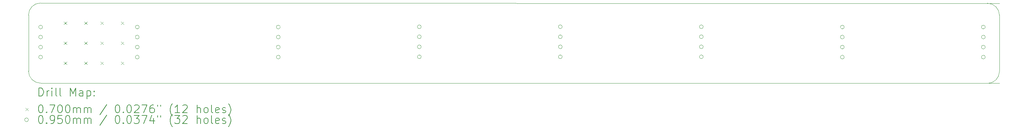
<source format=gbr>
%TF.GenerationSoftware,KiCad,Pcbnew,9.0.0*%
%TF.CreationDate,2025-04-13T00:13:36+03:00*%
%TF.ProjectId,power distribution,706f7765-7220-4646-9973-747269627574,rev?*%
%TF.SameCoordinates,Original*%
%TF.FileFunction,Drillmap*%
%TF.FilePolarity,Positive*%
%FSLAX45Y45*%
G04 Gerber Fmt 4.5, Leading zero omitted, Abs format (unit mm)*
G04 Created by KiCad (PCBNEW 9.0.0) date 2025-04-13 00:13:36*
%MOMM*%
%LPD*%
G01*
G04 APERTURE LIST*
%ADD10C,0.050000*%
%ADD11C,0.200000*%
%ADD12C,0.100000*%
G04 APERTURE END LIST*
D10*
X3000000Y-9650000D02*
X26800000Y-9657000D01*
X2700000Y-11350000D02*
X2700000Y-9950000D01*
X26800000Y-11650000D02*
X3000000Y-11650000D01*
X26800000Y-9950000D02*
X26800000Y-11350000D01*
X26500000Y-9657000D02*
G75*
G02*
X26800000Y-9957000I0J-300000D01*
G01*
X26800000Y-11357000D02*
G75*
G02*
X26500000Y-11657000I-300000J0D01*
G01*
X3000000Y-11650000D02*
G75*
G02*
X2700000Y-11350000I0J300000D01*
G01*
X2700000Y-9950000D02*
G75*
G02*
X3000000Y-9650000I300000J0D01*
G01*
D11*
D12*
X3578125Y-10115000D02*
X3648125Y-10185000D01*
X3648125Y-10115000D02*
X3578125Y-10185000D01*
X3578125Y-10615000D02*
X3648125Y-10685000D01*
X3648125Y-10615000D02*
X3578125Y-10685000D01*
X3578125Y-11115000D02*
X3648125Y-11185000D01*
X3648125Y-11115000D02*
X3578125Y-11185000D01*
X4086125Y-10115000D02*
X4156125Y-10185000D01*
X4156125Y-10115000D02*
X4086125Y-10185000D01*
X4086125Y-10615000D02*
X4156125Y-10685000D01*
X4156125Y-10615000D02*
X4086125Y-10685000D01*
X4086125Y-11115000D02*
X4156125Y-11185000D01*
X4156125Y-11115000D02*
X4086125Y-11185000D01*
X4486125Y-10115000D02*
X4556125Y-10185000D01*
X4556125Y-10115000D02*
X4486125Y-10185000D01*
X4486125Y-10615000D02*
X4556125Y-10685000D01*
X4556125Y-10615000D02*
X4486125Y-10685000D01*
X4486125Y-11115000D02*
X4556125Y-11185000D01*
X4556125Y-11115000D02*
X4486125Y-11185000D01*
X4994125Y-10115000D02*
X5064125Y-10185000D01*
X5064125Y-10115000D02*
X4994125Y-10185000D01*
X4994125Y-10615000D02*
X5064125Y-10685000D01*
X5064125Y-10615000D02*
X4994125Y-10685000D01*
X4994125Y-11115000D02*
X5064125Y-11185000D01*
X5064125Y-11115000D02*
X4994125Y-11185000D01*
X3047500Y-10250000D02*
G75*
G02*
X2952500Y-10250000I-47500J0D01*
G01*
X2952500Y-10250000D02*
G75*
G02*
X3047500Y-10250000I47500J0D01*
G01*
X3047500Y-10500000D02*
G75*
G02*
X2952500Y-10500000I-47500J0D01*
G01*
X2952500Y-10500000D02*
G75*
G02*
X3047500Y-10500000I47500J0D01*
G01*
X3047500Y-10750000D02*
G75*
G02*
X2952500Y-10750000I-47500J0D01*
G01*
X2952500Y-10750000D02*
G75*
G02*
X3047500Y-10750000I47500J0D01*
G01*
X3047500Y-11000000D02*
G75*
G02*
X2952500Y-11000000I-47500J0D01*
G01*
X2952500Y-11000000D02*
G75*
G02*
X3047500Y-11000000I47500J0D01*
G01*
X5447500Y-10250000D02*
G75*
G02*
X5352500Y-10250000I-47500J0D01*
G01*
X5352500Y-10250000D02*
G75*
G02*
X5447500Y-10250000I47500J0D01*
G01*
X5447500Y-10500000D02*
G75*
G02*
X5352500Y-10500000I-47500J0D01*
G01*
X5352500Y-10500000D02*
G75*
G02*
X5447500Y-10500000I47500J0D01*
G01*
X5447500Y-10750000D02*
G75*
G02*
X5352500Y-10750000I-47500J0D01*
G01*
X5352500Y-10750000D02*
G75*
G02*
X5447500Y-10750000I47500J0D01*
G01*
X5447500Y-11000000D02*
G75*
G02*
X5352500Y-11000000I-47500J0D01*
G01*
X5352500Y-11000000D02*
G75*
G02*
X5447500Y-11000000I47500J0D01*
G01*
X8947500Y-10250000D02*
G75*
G02*
X8852500Y-10250000I-47500J0D01*
G01*
X8852500Y-10250000D02*
G75*
G02*
X8947500Y-10250000I47500J0D01*
G01*
X8947500Y-10500000D02*
G75*
G02*
X8852500Y-10500000I-47500J0D01*
G01*
X8852500Y-10500000D02*
G75*
G02*
X8947500Y-10500000I47500J0D01*
G01*
X8947500Y-10750000D02*
G75*
G02*
X8852500Y-10750000I-47500J0D01*
G01*
X8852500Y-10750000D02*
G75*
G02*
X8947500Y-10750000I47500J0D01*
G01*
X8947500Y-11000000D02*
G75*
G02*
X8852500Y-11000000I-47500J0D01*
G01*
X8852500Y-11000000D02*
G75*
G02*
X8947500Y-11000000I47500J0D01*
G01*
X12447500Y-10243000D02*
G75*
G02*
X12352500Y-10243000I-47500J0D01*
G01*
X12352500Y-10243000D02*
G75*
G02*
X12447500Y-10243000I47500J0D01*
G01*
X12447500Y-10493000D02*
G75*
G02*
X12352500Y-10493000I-47500J0D01*
G01*
X12352500Y-10493000D02*
G75*
G02*
X12447500Y-10493000I47500J0D01*
G01*
X12447500Y-10743000D02*
G75*
G02*
X12352500Y-10743000I-47500J0D01*
G01*
X12352500Y-10743000D02*
G75*
G02*
X12447500Y-10743000I47500J0D01*
G01*
X12447500Y-10993000D02*
G75*
G02*
X12352500Y-10993000I-47500J0D01*
G01*
X12352500Y-10993000D02*
G75*
G02*
X12447500Y-10993000I47500J0D01*
G01*
X15947500Y-10243000D02*
G75*
G02*
X15852500Y-10243000I-47500J0D01*
G01*
X15852500Y-10243000D02*
G75*
G02*
X15947500Y-10243000I47500J0D01*
G01*
X15947500Y-10493000D02*
G75*
G02*
X15852500Y-10493000I-47500J0D01*
G01*
X15852500Y-10493000D02*
G75*
G02*
X15947500Y-10493000I47500J0D01*
G01*
X15947500Y-10743000D02*
G75*
G02*
X15852500Y-10743000I-47500J0D01*
G01*
X15852500Y-10743000D02*
G75*
G02*
X15947500Y-10743000I47500J0D01*
G01*
X15947500Y-10993000D02*
G75*
G02*
X15852500Y-10993000I-47500J0D01*
G01*
X15852500Y-10993000D02*
G75*
G02*
X15947500Y-10993000I47500J0D01*
G01*
X19447500Y-10243000D02*
G75*
G02*
X19352500Y-10243000I-47500J0D01*
G01*
X19352500Y-10243000D02*
G75*
G02*
X19447500Y-10243000I47500J0D01*
G01*
X19447500Y-10493000D02*
G75*
G02*
X19352500Y-10493000I-47500J0D01*
G01*
X19352500Y-10493000D02*
G75*
G02*
X19447500Y-10493000I47500J0D01*
G01*
X19447500Y-10743000D02*
G75*
G02*
X19352500Y-10743000I-47500J0D01*
G01*
X19352500Y-10743000D02*
G75*
G02*
X19447500Y-10743000I47500J0D01*
G01*
X19447500Y-10993000D02*
G75*
G02*
X19352500Y-10993000I-47500J0D01*
G01*
X19352500Y-10993000D02*
G75*
G02*
X19447500Y-10993000I47500J0D01*
G01*
X22947500Y-10250000D02*
G75*
G02*
X22852500Y-10250000I-47500J0D01*
G01*
X22852500Y-10250000D02*
G75*
G02*
X22947500Y-10250000I47500J0D01*
G01*
X22947500Y-10500000D02*
G75*
G02*
X22852500Y-10500000I-47500J0D01*
G01*
X22852500Y-10500000D02*
G75*
G02*
X22947500Y-10500000I47500J0D01*
G01*
X22947500Y-10750000D02*
G75*
G02*
X22852500Y-10750000I-47500J0D01*
G01*
X22852500Y-10750000D02*
G75*
G02*
X22947500Y-10750000I47500J0D01*
G01*
X22947500Y-11000000D02*
G75*
G02*
X22852500Y-11000000I-47500J0D01*
G01*
X22852500Y-11000000D02*
G75*
G02*
X22947500Y-11000000I47500J0D01*
G01*
X26447500Y-10250000D02*
G75*
G02*
X26352500Y-10250000I-47500J0D01*
G01*
X26352500Y-10250000D02*
G75*
G02*
X26447500Y-10250000I47500J0D01*
G01*
X26447500Y-10500000D02*
G75*
G02*
X26352500Y-10500000I-47500J0D01*
G01*
X26352500Y-10500000D02*
G75*
G02*
X26447500Y-10500000I47500J0D01*
G01*
X26447500Y-10750000D02*
G75*
G02*
X26352500Y-10750000I-47500J0D01*
G01*
X26352500Y-10750000D02*
G75*
G02*
X26447500Y-10750000I47500J0D01*
G01*
X26447500Y-11000000D02*
G75*
G02*
X26352500Y-11000000I-47500J0D01*
G01*
X26352500Y-11000000D02*
G75*
G02*
X26447500Y-11000000I47500J0D01*
G01*
D11*
X2958277Y-11970984D02*
X2958277Y-11770984D01*
X2958277Y-11770984D02*
X3005896Y-11770984D01*
X3005896Y-11770984D02*
X3034467Y-11780508D01*
X3034467Y-11780508D02*
X3053515Y-11799555D01*
X3053515Y-11799555D02*
X3063039Y-11818603D01*
X3063039Y-11818603D02*
X3072562Y-11856698D01*
X3072562Y-11856698D02*
X3072562Y-11885269D01*
X3072562Y-11885269D02*
X3063039Y-11923365D01*
X3063039Y-11923365D02*
X3053515Y-11942412D01*
X3053515Y-11942412D02*
X3034467Y-11961460D01*
X3034467Y-11961460D02*
X3005896Y-11970984D01*
X3005896Y-11970984D02*
X2958277Y-11970984D01*
X3158277Y-11970984D02*
X3158277Y-11837650D01*
X3158277Y-11875746D02*
X3167801Y-11856698D01*
X3167801Y-11856698D02*
X3177324Y-11847174D01*
X3177324Y-11847174D02*
X3196372Y-11837650D01*
X3196372Y-11837650D02*
X3215420Y-11837650D01*
X3282086Y-11970984D02*
X3282086Y-11837650D01*
X3282086Y-11770984D02*
X3272562Y-11780508D01*
X3272562Y-11780508D02*
X3282086Y-11790031D01*
X3282086Y-11790031D02*
X3291610Y-11780508D01*
X3291610Y-11780508D02*
X3282086Y-11770984D01*
X3282086Y-11770984D02*
X3282086Y-11790031D01*
X3405896Y-11970984D02*
X3386848Y-11961460D01*
X3386848Y-11961460D02*
X3377324Y-11942412D01*
X3377324Y-11942412D02*
X3377324Y-11770984D01*
X3510658Y-11970984D02*
X3491610Y-11961460D01*
X3491610Y-11961460D02*
X3482086Y-11942412D01*
X3482086Y-11942412D02*
X3482086Y-11770984D01*
X3739229Y-11970984D02*
X3739229Y-11770984D01*
X3739229Y-11770984D02*
X3805896Y-11913841D01*
X3805896Y-11913841D02*
X3872562Y-11770984D01*
X3872562Y-11770984D02*
X3872562Y-11970984D01*
X4053515Y-11970984D02*
X4053515Y-11866222D01*
X4053515Y-11866222D02*
X4043991Y-11847174D01*
X4043991Y-11847174D02*
X4024943Y-11837650D01*
X4024943Y-11837650D02*
X3986848Y-11837650D01*
X3986848Y-11837650D02*
X3967801Y-11847174D01*
X4053515Y-11961460D02*
X4034467Y-11970984D01*
X4034467Y-11970984D02*
X3986848Y-11970984D01*
X3986848Y-11970984D02*
X3967801Y-11961460D01*
X3967801Y-11961460D02*
X3958277Y-11942412D01*
X3958277Y-11942412D02*
X3958277Y-11923365D01*
X3958277Y-11923365D02*
X3967801Y-11904317D01*
X3967801Y-11904317D02*
X3986848Y-11894793D01*
X3986848Y-11894793D02*
X4034467Y-11894793D01*
X4034467Y-11894793D02*
X4053515Y-11885269D01*
X4148753Y-11837650D02*
X4148753Y-12037650D01*
X4148753Y-11847174D02*
X4167801Y-11837650D01*
X4167801Y-11837650D02*
X4205896Y-11837650D01*
X4205896Y-11837650D02*
X4224944Y-11847174D01*
X4224944Y-11847174D02*
X4234467Y-11856698D01*
X4234467Y-11856698D02*
X4243991Y-11875746D01*
X4243991Y-11875746D02*
X4243991Y-11932888D01*
X4243991Y-11932888D02*
X4234467Y-11951936D01*
X4234467Y-11951936D02*
X4224944Y-11961460D01*
X4224944Y-11961460D02*
X4205896Y-11970984D01*
X4205896Y-11970984D02*
X4167801Y-11970984D01*
X4167801Y-11970984D02*
X4148753Y-11961460D01*
X4329705Y-11951936D02*
X4339229Y-11961460D01*
X4339229Y-11961460D02*
X4329705Y-11970984D01*
X4329705Y-11970984D02*
X4320182Y-11961460D01*
X4320182Y-11961460D02*
X4329705Y-11951936D01*
X4329705Y-11951936D02*
X4329705Y-11970984D01*
X4329705Y-11847174D02*
X4339229Y-11856698D01*
X4339229Y-11856698D02*
X4329705Y-11866222D01*
X4329705Y-11866222D02*
X4320182Y-11856698D01*
X4320182Y-11856698D02*
X4329705Y-11847174D01*
X4329705Y-11847174D02*
X4329705Y-11866222D01*
D12*
X2627500Y-12264500D02*
X2697500Y-12334500D01*
X2697500Y-12264500D02*
X2627500Y-12334500D01*
D11*
X2996372Y-12190984D02*
X3015420Y-12190984D01*
X3015420Y-12190984D02*
X3034467Y-12200508D01*
X3034467Y-12200508D02*
X3043991Y-12210031D01*
X3043991Y-12210031D02*
X3053515Y-12229079D01*
X3053515Y-12229079D02*
X3063039Y-12267174D01*
X3063039Y-12267174D02*
X3063039Y-12314793D01*
X3063039Y-12314793D02*
X3053515Y-12352888D01*
X3053515Y-12352888D02*
X3043991Y-12371936D01*
X3043991Y-12371936D02*
X3034467Y-12381460D01*
X3034467Y-12381460D02*
X3015420Y-12390984D01*
X3015420Y-12390984D02*
X2996372Y-12390984D01*
X2996372Y-12390984D02*
X2977324Y-12381460D01*
X2977324Y-12381460D02*
X2967801Y-12371936D01*
X2967801Y-12371936D02*
X2958277Y-12352888D01*
X2958277Y-12352888D02*
X2948753Y-12314793D01*
X2948753Y-12314793D02*
X2948753Y-12267174D01*
X2948753Y-12267174D02*
X2958277Y-12229079D01*
X2958277Y-12229079D02*
X2967801Y-12210031D01*
X2967801Y-12210031D02*
X2977324Y-12200508D01*
X2977324Y-12200508D02*
X2996372Y-12190984D01*
X3148753Y-12371936D02*
X3158277Y-12381460D01*
X3158277Y-12381460D02*
X3148753Y-12390984D01*
X3148753Y-12390984D02*
X3139229Y-12381460D01*
X3139229Y-12381460D02*
X3148753Y-12371936D01*
X3148753Y-12371936D02*
X3148753Y-12390984D01*
X3224943Y-12190984D02*
X3358277Y-12190984D01*
X3358277Y-12190984D02*
X3272562Y-12390984D01*
X3472562Y-12190984D02*
X3491610Y-12190984D01*
X3491610Y-12190984D02*
X3510658Y-12200508D01*
X3510658Y-12200508D02*
X3520182Y-12210031D01*
X3520182Y-12210031D02*
X3529705Y-12229079D01*
X3529705Y-12229079D02*
X3539229Y-12267174D01*
X3539229Y-12267174D02*
X3539229Y-12314793D01*
X3539229Y-12314793D02*
X3529705Y-12352888D01*
X3529705Y-12352888D02*
X3520182Y-12371936D01*
X3520182Y-12371936D02*
X3510658Y-12381460D01*
X3510658Y-12381460D02*
X3491610Y-12390984D01*
X3491610Y-12390984D02*
X3472562Y-12390984D01*
X3472562Y-12390984D02*
X3453515Y-12381460D01*
X3453515Y-12381460D02*
X3443991Y-12371936D01*
X3443991Y-12371936D02*
X3434467Y-12352888D01*
X3434467Y-12352888D02*
X3424943Y-12314793D01*
X3424943Y-12314793D02*
X3424943Y-12267174D01*
X3424943Y-12267174D02*
X3434467Y-12229079D01*
X3434467Y-12229079D02*
X3443991Y-12210031D01*
X3443991Y-12210031D02*
X3453515Y-12200508D01*
X3453515Y-12200508D02*
X3472562Y-12190984D01*
X3663039Y-12190984D02*
X3682086Y-12190984D01*
X3682086Y-12190984D02*
X3701134Y-12200508D01*
X3701134Y-12200508D02*
X3710658Y-12210031D01*
X3710658Y-12210031D02*
X3720182Y-12229079D01*
X3720182Y-12229079D02*
X3729705Y-12267174D01*
X3729705Y-12267174D02*
X3729705Y-12314793D01*
X3729705Y-12314793D02*
X3720182Y-12352888D01*
X3720182Y-12352888D02*
X3710658Y-12371936D01*
X3710658Y-12371936D02*
X3701134Y-12381460D01*
X3701134Y-12381460D02*
X3682086Y-12390984D01*
X3682086Y-12390984D02*
X3663039Y-12390984D01*
X3663039Y-12390984D02*
X3643991Y-12381460D01*
X3643991Y-12381460D02*
X3634467Y-12371936D01*
X3634467Y-12371936D02*
X3624943Y-12352888D01*
X3624943Y-12352888D02*
X3615420Y-12314793D01*
X3615420Y-12314793D02*
X3615420Y-12267174D01*
X3615420Y-12267174D02*
X3624943Y-12229079D01*
X3624943Y-12229079D02*
X3634467Y-12210031D01*
X3634467Y-12210031D02*
X3643991Y-12200508D01*
X3643991Y-12200508D02*
X3663039Y-12190984D01*
X3815420Y-12390984D02*
X3815420Y-12257650D01*
X3815420Y-12276698D02*
X3824943Y-12267174D01*
X3824943Y-12267174D02*
X3843991Y-12257650D01*
X3843991Y-12257650D02*
X3872563Y-12257650D01*
X3872563Y-12257650D02*
X3891610Y-12267174D01*
X3891610Y-12267174D02*
X3901134Y-12286222D01*
X3901134Y-12286222D02*
X3901134Y-12390984D01*
X3901134Y-12286222D02*
X3910658Y-12267174D01*
X3910658Y-12267174D02*
X3929705Y-12257650D01*
X3929705Y-12257650D02*
X3958277Y-12257650D01*
X3958277Y-12257650D02*
X3977324Y-12267174D01*
X3977324Y-12267174D02*
X3986848Y-12286222D01*
X3986848Y-12286222D02*
X3986848Y-12390984D01*
X4082086Y-12390984D02*
X4082086Y-12257650D01*
X4082086Y-12276698D02*
X4091610Y-12267174D01*
X4091610Y-12267174D02*
X4110658Y-12257650D01*
X4110658Y-12257650D02*
X4139229Y-12257650D01*
X4139229Y-12257650D02*
X4158277Y-12267174D01*
X4158277Y-12267174D02*
X4167801Y-12286222D01*
X4167801Y-12286222D02*
X4167801Y-12390984D01*
X4167801Y-12286222D02*
X4177324Y-12267174D01*
X4177324Y-12267174D02*
X4196372Y-12257650D01*
X4196372Y-12257650D02*
X4224944Y-12257650D01*
X4224944Y-12257650D02*
X4243991Y-12267174D01*
X4243991Y-12267174D02*
X4253515Y-12286222D01*
X4253515Y-12286222D02*
X4253515Y-12390984D01*
X4643991Y-12181460D02*
X4472563Y-12438603D01*
X4901134Y-12190984D02*
X4920182Y-12190984D01*
X4920182Y-12190984D02*
X4939229Y-12200508D01*
X4939229Y-12200508D02*
X4948753Y-12210031D01*
X4948753Y-12210031D02*
X4958277Y-12229079D01*
X4958277Y-12229079D02*
X4967801Y-12267174D01*
X4967801Y-12267174D02*
X4967801Y-12314793D01*
X4967801Y-12314793D02*
X4958277Y-12352888D01*
X4958277Y-12352888D02*
X4948753Y-12371936D01*
X4948753Y-12371936D02*
X4939229Y-12381460D01*
X4939229Y-12381460D02*
X4920182Y-12390984D01*
X4920182Y-12390984D02*
X4901134Y-12390984D01*
X4901134Y-12390984D02*
X4882087Y-12381460D01*
X4882087Y-12381460D02*
X4872563Y-12371936D01*
X4872563Y-12371936D02*
X4863039Y-12352888D01*
X4863039Y-12352888D02*
X4853515Y-12314793D01*
X4853515Y-12314793D02*
X4853515Y-12267174D01*
X4853515Y-12267174D02*
X4863039Y-12229079D01*
X4863039Y-12229079D02*
X4872563Y-12210031D01*
X4872563Y-12210031D02*
X4882087Y-12200508D01*
X4882087Y-12200508D02*
X4901134Y-12190984D01*
X5053515Y-12371936D02*
X5063039Y-12381460D01*
X5063039Y-12381460D02*
X5053515Y-12390984D01*
X5053515Y-12390984D02*
X5043991Y-12381460D01*
X5043991Y-12381460D02*
X5053515Y-12371936D01*
X5053515Y-12371936D02*
X5053515Y-12390984D01*
X5186848Y-12190984D02*
X5205896Y-12190984D01*
X5205896Y-12190984D02*
X5224944Y-12200508D01*
X5224944Y-12200508D02*
X5234468Y-12210031D01*
X5234468Y-12210031D02*
X5243991Y-12229079D01*
X5243991Y-12229079D02*
X5253515Y-12267174D01*
X5253515Y-12267174D02*
X5253515Y-12314793D01*
X5253515Y-12314793D02*
X5243991Y-12352888D01*
X5243991Y-12352888D02*
X5234468Y-12371936D01*
X5234468Y-12371936D02*
X5224944Y-12381460D01*
X5224944Y-12381460D02*
X5205896Y-12390984D01*
X5205896Y-12390984D02*
X5186848Y-12390984D01*
X5186848Y-12390984D02*
X5167801Y-12381460D01*
X5167801Y-12381460D02*
X5158277Y-12371936D01*
X5158277Y-12371936D02*
X5148753Y-12352888D01*
X5148753Y-12352888D02*
X5139229Y-12314793D01*
X5139229Y-12314793D02*
X5139229Y-12267174D01*
X5139229Y-12267174D02*
X5148753Y-12229079D01*
X5148753Y-12229079D02*
X5158277Y-12210031D01*
X5158277Y-12210031D02*
X5167801Y-12200508D01*
X5167801Y-12200508D02*
X5186848Y-12190984D01*
X5329706Y-12210031D02*
X5339229Y-12200508D01*
X5339229Y-12200508D02*
X5358277Y-12190984D01*
X5358277Y-12190984D02*
X5405896Y-12190984D01*
X5405896Y-12190984D02*
X5424944Y-12200508D01*
X5424944Y-12200508D02*
X5434468Y-12210031D01*
X5434468Y-12210031D02*
X5443991Y-12229079D01*
X5443991Y-12229079D02*
X5443991Y-12248127D01*
X5443991Y-12248127D02*
X5434468Y-12276698D01*
X5434468Y-12276698D02*
X5320182Y-12390984D01*
X5320182Y-12390984D02*
X5443991Y-12390984D01*
X5510658Y-12190984D02*
X5643991Y-12190984D01*
X5643991Y-12190984D02*
X5558277Y-12390984D01*
X5805896Y-12190984D02*
X5767801Y-12190984D01*
X5767801Y-12190984D02*
X5748753Y-12200508D01*
X5748753Y-12200508D02*
X5739229Y-12210031D01*
X5739229Y-12210031D02*
X5720182Y-12238603D01*
X5720182Y-12238603D02*
X5710658Y-12276698D01*
X5710658Y-12276698D02*
X5710658Y-12352888D01*
X5710658Y-12352888D02*
X5720182Y-12371936D01*
X5720182Y-12371936D02*
X5729706Y-12381460D01*
X5729706Y-12381460D02*
X5748753Y-12390984D01*
X5748753Y-12390984D02*
X5786848Y-12390984D01*
X5786848Y-12390984D02*
X5805896Y-12381460D01*
X5805896Y-12381460D02*
X5815420Y-12371936D01*
X5815420Y-12371936D02*
X5824944Y-12352888D01*
X5824944Y-12352888D02*
X5824944Y-12305269D01*
X5824944Y-12305269D02*
X5815420Y-12286222D01*
X5815420Y-12286222D02*
X5805896Y-12276698D01*
X5805896Y-12276698D02*
X5786848Y-12267174D01*
X5786848Y-12267174D02*
X5748753Y-12267174D01*
X5748753Y-12267174D02*
X5729706Y-12276698D01*
X5729706Y-12276698D02*
X5720182Y-12286222D01*
X5720182Y-12286222D02*
X5710658Y-12305269D01*
X5901134Y-12190984D02*
X5901134Y-12229079D01*
X5977325Y-12190984D02*
X5977325Y-12229079D01*
X6272563Y-12467174D02*
X6263039Y-12457650D01*
X6263039Y-12457650D02*
X6243991Y-12429079D01*
X6243991Y-12429079D02*
X6234468Y-12410031D01*
X6234468Y-12410031D02*
X6224944Y-12381460D01*
X6224944Y-12381460D02*
X6215420Y-12333841D01*
X6215420Y-12333841D02*
X6215420Y-12295746D01*
X6215420Y-12295746D02*
X6224944Y-12248127D01*
X6224944Y-12248127D02*
X6234468Y-12219555D01*
X6234468Y-12219555D02*
X6243991Y-12200508D01*
X6243991Y-12200508D02*
X6263039Y-12171936D01*
X6263039Y-12171936D02*
X6272563Y-12162412D01*
X6453515Y-12390984D02*
X6339229Y-12390984D01*
X6396372Y-12390984D02*
X6396372Y-12190984D01*
X6396372Y-12190984D02*
X6377325Y-12219555D01*
X6377325Y-12219555D02*
X6358277Y-12238603D01*
X6358277Y-12238603D02*
X6339229Y-12248127D01*
X6529706Y-12210031D02*
X6539229Y-12200508D01*
X6539229Y-12200508D02*
X6558277Y-12190984D01*
X6558277Y-12190984D02*
X6605896Y-12190984D01*
X6605896Y-12190984D02*
X6624944Y-12200508D01*
X6624944Y-12200508D02*
X6634468Y-12210031D01*
X6634468Y-12210031D02*
X6643991Y-12229079D01*
X6643991Y-12229079D02*
X6643991Y-12248127D01*
X6643991Y-12248127D02*
X6634468Y-12276698D01*
X6634468Y-12276698D02*
X6520182Y-12390984D01*
X6520182Y-12390984D02*
X6643991Y-12390984D01*
X6882087Y-12390984D02*
X6882087Y-12190984D01*
X6967801Y-12390984D02*
X6967801Y-12286222D01*
X6967801Y-12286222D02*
X6958277Y-12267174D01*
X6958277Y-12267174D02*
X6939230Y-12257650D01*
X6939230Y-12257650D02*
X6910658Y-12257650D01*
X6910658Y-12257650D02*
X6891610Y-12267174D01*
X6891610Y-12267174D02*
X6882087Y-12276698D01*
X7091610Y-12390984D02*
X7072563Y-12381460D01*
X7072563Y-12381460D02*
X7063039Y-12371936D01*
X7063039Y-12371936D02*
X7053515Y-12352888D01*
X7053515Y-12352888D02*
X7053515Y-12295746D01*
X7053515Y-12295746D02*
X7063039Y-12276698D01*
X7063039Y-12276698D02*
X7072563Y-12267174D01*
X7072563Y-12267174D02*
X7091610Y-12257650D01*
X7091610Y-12257650D02*
X7120182Y-12257650D01*
X7120182Y-12257650D02*
X7139230Y-12267174D01*
X7139230Y-12267174D02*
X7148753Y-12276698D01*
X7148753Y-12276698D02*
X7158277Y-12295746D01*
X7158277Y-12295746D02*
X7158277Y-12352888D01*
X7158277Y-12352888D02*
X7148753Y-12371936D01*
X7148753Y-12371936D02*
X7139230Y-12381460D01*
X7139230Y-12381460D02*
X7120182Y-12390984D01*
X7120182Y-12390984D02*
X7091610Y-12390984D01*
X7272563Y-12390984D02*
X7253515Y-12381460D01*
X7253515Y-12381460D02*
X7243991Y-12362412D01*
X7243991Y-12362412D02*
X7243991Y-12190984D01*
X7424944Y-12381460D02*
X7405896Y-12390984D01*
X7405896Y-12390984D02*
X7367801Y-12390984D01*
X7367801Y-12390984D02*
X7348753Y-12381460D01*
X7348753Y-12381460D02*
X7339230Y-12362412D01*
X7339230Y-12362412D02*
X7339230Y-12286222D01*
X7339230Y-12286222D02*
X7348753Y-12267174D01*
X7348753Y-12267174D02*
X7367801Y-12257650D01*
X7367801Y-12257650D02*
X7405896Y-12257650D01*
X7405896Y-12257650D02*
X7424944Y-12267174D01*
X7424944Y-12267174D02*
X7434468Y-12286222D01*
X7434468Y-12286222D02*
X7434468Y-12305269D01*
X7434468Y-12305269D02*
X7339230Y-12324317D01*
X7510658Y-12381460D02*
X7529706Y-12390984D01*
X7529706Y-12390984D02*
X7567801Y-12390984D01*
X7567801Y-12390984D02*
X7586849Y-12381460D01*
X7586849Y-12381460D02*
X7596372Y-12362412D01*
X7596372Y-12362412D02*
X7596372Y-12352888D01*
X7596372Y-12352888D02*
X7586849Y-12333841D01*
X7586849Y-12333841D02*
X7567801Y-12324317D01*
X7567801Y-12324317D02*
X7539230Y-12324317D01*
X7539230Y-12324317D02*
X7520182Y-12314793D01*
X7520182Y-12314793D02*
X7510658Y-12295746D01*
X7510658Y-12295746D02*
X7510658Y-12286222D01*
X7510658Y-12286222D02*
X7520182Y-12267174D01*
X7520182Y-12267174D02*
X7539230Y-12257650D01*
X7539230Y-12257650D02*
X7567801Y-12257650D01*
X7567801Y-12257650D02*
X7586849Y-12267174D01*
X7663039Y-12467174D02*
X7672563Y-12457650D01*
X7672563Y-12457650D02*
X7691611Y-12429079D01*
X7691611Y-12429079D02*
X7701134Y-12410031D01*
X7701134Y-12410031D02*
X7710658Y-12381460D01*
X7710658Y-12381460D02*
X7720182Y-12333841D01*
X7720182Y-12333841D02*
X7720182Y-12295746D01*
X7720182Y-12295746D02*
X7710658Y-12248127D01*
X7710658Y-12248127D02*
X7701134Y-12219555D01*
X7701134Y-12219555D02*
X7691611Y-12200508D01*
X7691611Y-12200508D02*
X7672563Y-12171936D01*
X7672563Y-12171936D02*
X7663039Y-12162412D01*
D12*
X2697500Y-12563500D02*
G75*
G02*
X2602500Y-12563500I-47500J0D01*
G01*
X2602500Y-12563500D02*
G75*
G02*
X2697500Y-12563500I47500J0D01*
G01*
D11*
X2996372Y-12454984D02*
X3015420Y-12454984D01*
X3015420Y-12454984D02*
X3034467Y-12464508D01*
X3034467Y-12464508D02*
X3043991Y-12474031D01*
X3043991Y-12474031D02*
X3053515Y-12493079D01*
X3053515Y-12493079D02*
X3063039Y-12531174D01*
X3063039Y-12531174D02*
X3063039Y-12578793D01*
X3063039Y-12578793D02*
X3053515Y-12616888D01*
X3053515Y-12616888D02*
X3043991Y-12635936D01*
X3043991Y-12635936D02*
X3034467Y-12645460D01*
X3034467Y-12645460D02*
X3015420Y-12654984D01*
X3015420Y-12654984D02*
X2996372Y-12654984D01*
X2996372Y-12654984D02*
X2977324Y-12645460D01*
X2977324Y-12645460D02*
X2967801Y-12635936D01*
X2967801Y-12635936D02*
X2958277Y-12616888D01*
X2958277Y-12616888D02*
X2948753Y-12578793D01*
X2948753Y-12578793D02*
X2948753Y-12531174D01*
X2948753Y-12531174D02*
X2958277Y-12493079D01*
X2958277Y-12493079D02*
X2967801Y-12474031D01*
X2967801Y-12474031D02*
X2977324Y-12464508D01*
X2977324Y-12464508D02*
X2996372Y-12454984D01*
X3148753Y-12635936D02*
X3158277Y-12645460D01*
X3158277Y-12645460D02*
X3148753Y-12654984D01*
X3148753Y-12654984D02*
X3139229Y-12645460D01*
X3139229Y-12645460D02*
X3148753Y-12635936D01*
X3148753Y-12635936D02*
X3148753Y-12654984D01*
X3253515Y-12654984D02*
X3291610Y-12654984D01*
X3291610Y-12654984D02*
X3310658Y-12645460D01*
X3310658Y-12645460D02*
X3320182Y-12635936D01*
X3320182Y-12635936D02*
X3339229Y-12607365D01*
X3339229Y-12607365D02*
X3348753Y-12569269D01*
X3348753Y-12569269D02*
X3348753Y-12493079D01*
X3348753Y-12493079D02*
X3339229Y-12474031D01*
X3339229Y-12474031D02*
X3329705Y-12464508D01*
X3329705Y-12464508D02*
X3310658Y-12454984D01*
X3310658Y-12454984D02*
X3272562Y-12454984D01*
X3272562Y-12454984D02*
X3253515Y-12464508D01*
X3253515Y-12464508D02*
X3243991Y-12474031D01*
X3243991Y-12474031D02*
X3234467Y-12493079D01*
X3234467Y-12493079D02*
X3234467Y-12540698D01*
X3234467Y-12540698D02*
X3243991Y-12559746D01*
X3243991Y-12559746D02*
X3253515Y-12569269D01*
X3253515Y-12569269D02*
X3272562Y-12578793D01*
X3272562Y-12578793D02*
X3310658Y-12578793D01*
X3310658Y-12578793D02*
X3329705Y-12569269D01*
X3329705Y-12569269D02*
X3339229Y-12559746D01*
X3339229Y-12559746D02*
X3348753Y-12540698D01*
X3529705Y-12454984D02*
X3434467Y-12454984D01*
X3434467Y-12454984D02*
X3424943Y-12550222D01*
X3424943Y-12550222D02*
X3434467Y-12540698D01*
X3434467Y-12540698D02*
X3453515Y-12531174D01*
X3453515Y-12531174D02*
X3501134Y-12531174D01*
X3501134Y-12531174D02*
X3520182Y-12540698D01*
X3520182Y-12540698D02*
X3529705Y-12550222D01*
X3529705Y-12550222D02*
X3539229Y-12569269D01*
X3539229Y-12569269D02*
X3539229Y-12616888D01*
X3539229Y-12616888D02*
X3529705Y-12635936D01*
X3529705Y-12635936D02*
X3520182Y-12645460D01*
X3520182Y-12645460D02*
X3501134Y-12654984D01*
X3501134Y-12654984D02*
X3453515Y-12654984D01*
X3453515Y-12654984D02*
X3434467Y-12645460D01*
X3434467Y-12645460D02*
X3424943Y-12635936D01*
X3663039Y-12454984D02*
X3682086Y-12454984D01*
X3682086Y-12454984D02*
X3701134Y-12464508D01*
X3701134Y-12464508D02*
X3710658Y-12474031D01*
X3710658Y-12474031D02*
X3720182Y-12493079D01*
X3720182Y-12493079D02*
X3729705Y-12531174D01*
X3729705Y-12531174D02*
X3729705Y-12578793D01*
X3729705Y-12578793D02*
X3720182Y-12616888D01*
X3720182Y-12616888D02*
X3710658Y-12635936D01*
X3710658Y-12635936D02*
X3701134Y-12645460D01*
X3701134Y-12645460D02*
X3682086Y-12654984D01*
X3682086Y-12654984D02*
X3663039Y-12654984D01*
X3663039Y-12654984D02*
X3643991Y-12645460D01*
X3643991Y-12645460D02*
X3634467Y-12635936D01*
X3634467Y-12635936D02*
X3624943Y-12616888D01*
X3624943Y-12616888D02*
X3615420Y-12578793D01*
X3615420Y-12578793D02*
X3615420Y-12531174D01*
X3615420Y-12531174D02*
X3624943Y-12493079D01*
X3624943Y-12493079D02*
X3634467Y-12474031D01*
X3634467Y-12474031D02*
X3643991Y-12464508D01*
X3643991Y-12464508D02*
X3663039Y-12454984D01*
X3815420Y-12654984D02*
X3815420Y-12521650D01*
X3815420Y-12540698D02*
X3824943Y-12531174D01*
X3824943Y-12531174D02*
X3843991Y-12521650D01*
X3843991Y-12521650D02*
X3872563Y-12521650D01*
X3872563Y-12521650D02*
X3891610Y-12531174D01*
X3891610Y-12531174D02*
X3901134Y-12550222D01*
X3901134Y-12550222D02*
X3901134Y-12654984D01*
X3901134Y-12550222D02*
X3910658Y-12531174D01*
X3910658Y-12531174D02*
X3929705Y-12521650D01*
X3929705Y-12521650D02*
X3958277Y-12521650D01*
X3958277Y-12521650D02*
X3977324Y-12531174D01*
X3977324Y-12531174D02*
X3986848Y-12550222D01*
X3986848Y-12550222D02*
X3986848Y-12654984D01*
X4082086Y-12654984D02*
X4082086Y-12521650D01*
X4082086Y-12540698D02*
X4091610Y-12531174D01*
X4091610Y-12531174D02*
X4110658Y-12521650D01*
X4110658Y-12521650D02*
X4139229Y-12521650D01*
X4139229Y-12521650D02*
X4158277Y-12531174D01*
X4158277Y-12531174D02*
X4167801Y-12550222D01*
X4167801Y-12550222D02*
X4167801Y-12654984D01*
X4167801Y-12550222D02*
X4177324Y-12531174D01*
X4177324Y-12531174D02*
X4196372Y-12521650D01*
X4196372Y-12521650D02*
X4224944Y-12521650D01*
X4224944Y-12521650D02*
X4243991Y-12531174D01*
X4243991Y-12531174D02*
X4253515Y-12550222D01*
X4253515Y-12550222D02*
X4253515Y-12654984D01*
X4643991Y-12445460D02*
X4472563Y-12702603D01*
X4901134Y-12454984D02*
X4920182Y-12454984D01*
X4920182Y-12454984D02*
X4939229Y-12464508D01*
X4939229Y-12464508D02*
X4948753Y-12474031D01*
X4948753Y-12474031D02*
X4958277Y-12493079D01*
X4958277Y-12493079D02*
X4967801Y-12531174D01*
X4967801Y-12531174D02*
X4967801Y-12578793D01*
X4967801Y-12578793D02*
X4958277Y-12616888D01*
X4958277Y-12616888D02*
X4948753Y-12635936D01*
X4948753Y-12635936D02*
X4939229Y-12645460D01*
X4939229Y-12645460D02*
X4920182Y-12654984D01*
X4920182Y-12654984D02*
X4901134Y-12654984D01*
X4901134Y-12654984D02*
X4882087Y-12645460D01*
X4882087Y-12645460D02*
X4872563Y-12635936D01*
X4872563Y-12635936D02*
X4863039Y-12616888D01*
X4863039Y-12616888D02*
X4853515Y-12578793D01*
X4853515Y-12578793D02*
X4853515Y-12531174D01*
X4853515Y-12531174D02*
X4863039Y-12493079D01*
X4863039Y-12493079D02*
X4872563Y-12474031D01*
X4872563Y-12474031D02*
X4882087Y-12464508D01*
X4882087Y-12464508D02*
X4901134Y-12454984D01*
X5053515Y-12635936D02*
X5063039Y-12645460D01*
X5063039Y-12645460D02*
X5053515Y-12654984D01*
X5053515Y-12654984D02*
X5043991Y-12645460D01*
X5043991Y-12645460D02*
X5053515Y-12635936D01*
X5053515Y-12635936D02*
X5053515Y-12654984D01*
X5186848Y-12454984D02*
X5205896Y-12454984D01*
X5205896Y-12454984D02*
X5224944Y-12464508D01*
X5224944Y-12464508D02*
X5234468Y-12474031D01*
X5234468Y-12474031D02*
X5243991Y-12493079D01*
X5243991Y-12493079D02*
X5253515Y-12531174D01*
X5253515Y-12531174D02*
X5253515Y-12578793D01*
X5253515Y-12578793D02*
X5243991Y-12616888D01*
X5243991Y-12616888D02*
X5234468Y-12635936D01*
X5234468Y-12635936D02*
X5224944Y-12645460D01*
X5224944Y-12645460D02*
X5205896Y-12654984D01*
X5205896Y-12654984D02*
X5186848Y-12654984D01*
X5186848Y-12654984D02*
X5167801Y-12645460D01*
X5167801Y-12645460D02*
X5158277Y-12635936D01*
X5158277Y-12635936D02*
X5148753Y-12616888D01*
X5148753Y-12616888D02*
X5139229Y-12578793D01*
X5139229Y-12578793D02*
X5139229Y-12531174D01*
X5139229Y-12531174D02*
X5148753Y-12493079D01*
X5148753Y-12493079D02*
X5158277Y-12474031D01*
X5158277Y-12474031D02*
X5167801Y-12464508D01*
X5167801Y-12464508D02*
X5186848Y-12454984D01*
X5320182Y-12454984D02*
X5443991Y-12454984D01*
X5443991Y-12454984D02*
X5377325Y-12531174D01*
X5377325Y-12531174D02*
X5405896Y-12531174D01*
X5405896Y-12531174D02*
X5424944Y-12540698D01*
X5424944Y-12540698D02*
X5434468Y-12550222D01*
X5434468Y-12550222D02*
X5443991Y-12569269D01*
X5443991Y-12569269D02*
X5443991Y-12616888D01*
X5443991Y-12616888D02*
X5434468Y-12635936D01*
X5434468Y-12635936D02*
X5424944Y-12645460D01*
X5424944Y-12645460D02*
X5405896Y-12654984D01*
X5405896Y-12654984D02*
X5348753Y-12654984D01*
X5348753Y-12654984D02*
X5329706Y-12645460D01*
X5329706Y-12645460D02*
X5320182Y-12635936D01*
X5510658Y-12454984D02*
X5643991Y-12454984D01*
X5643991Y-12454984D02*
X5558277Y-12654984D01*
X5805896Y-12521650D02*
X5805896Y-12654984D01*
X5758277Y-12445460D02*
X5710658Y-12588317D01*
X5710658Y-12588317D02*
X5834467Y-12588317D01*
X5901134Y-12454984D02*
X5901134Y-12493079D01*
X5977325Y-12454984D02*
X5977325Y-12493079D01*
X6272563Y-12731174D02*
X6263039Y-12721650D01*
X6263039Y-12721650D02*
X6243991Y-12693079D01*
X6243991Y-12693079D02*
X6234468Y-12674031D01*
X6234468Y-12674031D02*
X6224944Y-12645460D01*
X6224944Y-12645460D02*
X6215420Y-12597841D01*
X6215420Y-12597841D02*
X6215420Y-12559746D01*
X6215420Y-12559746D02*
X6224944Y-12512127D01*
X6224944Y-12512127D02*
X6234468Y-12483555D01*
X6234468Y-12483555D02*
X6243991Y-12464508D01*
X6243991Y-12464508D02*
X6263039Y-12435936D01*
X6263039Y-12435936D02*
X6272563Y-12426412D01*
X6329706Y-12454984D02*
X6453515Y-12454984D01*
X6453515Y-12454984D02*
X6386848Y-12531174D01*
X6386848Y-12531174D02*
X6415420Y-12531174D01*
X6415420Y-12531174D02*
X6434468Y-12540698D01*
X6434468Y-12540698D02*
X6443991Y-12550222D01*
X6443991Y-12550222D02*
X6453515Y-12569269D01*
X6453515Y-12569269D02*
X6453515Y-12616888D01*
X6453515Y-12616888D02*
X6443991Y-12635936D01*
X6443991Y-12635936D02*
X6434468Y-12645460D01*
X6434468Y-12645460D02*
X6415420Y-12654984D01*
X6415420Y-12654984D02*
X6358277Y-12654984D01*
X6358277Y-12654984D02*
X6339229Y-12645460D01*
X6339229Y-12645460D02*
X6329706Y-12635936D01*
X6529706Y-12474031D02*
X6539229Y-12464508D01*
X6539229Y-12464508D02*
X6558277Y-12454984D01*
X6558277Y-12454984D02*
X6605896Y-12454984D01*
X6605896Y-12454984D02*
X6624944Y-12464508D01*
X6624944Y-12464508D02*
X6634468Y-12474031D01*
X6634468Y-12474031D02*
X6643991Y-12493079D01*
X6643991Y-12493079D02*
X6643991Y-12512127D01*
X6643991Y-12512127D02*
X6634468Y-12540698D01*
X6634468Y-12540698D02*
X6520182Y-12654984D01*
X6520182Y-12654984D02*
X6643991Y-12654984D01*
X6882087Y-12654984D02*
X6882087Y-12454984D01*
X6967801Y-12654984D02*
X6967801Y-12550222D01*
X6967801Y-12550222D02*
X6958277Y-12531174D01*
X6958277Y-12531174D02*
X6939230Y-12521650D01*
X6939230Y-12521650D02*
X6910658Y-12521650D01*
X6910658Y-12521650D02*
X6891610Y-12531174D01*
X6891610Y-12531174D02*
X6882087Y-12540698D01*
X7091610Y-12654984D02*
X7072563Y-12645460D01*
X7072563Y-12645460D02*
X7063039Y-12635936D01*
X7063039Y-12635936D02*
X7053515Y-12616888D01*
X7053515Y-12616888D02*
X7053515Y-12559746D01*
X7053515Y-12559746D02*
X7063039Y-12540698D01*
X7063039Y-12540698D02*
X7072563Y-12531174D01*
X7072563Y-12531174D02*
X7091610Y-12521650D01*
X7091610Y-12521650D02*
X7120182Y-12521650D01*
X7120182Y-12521650D02*
X7139230Y-12531174D01*
X7139230Y-12531174D02*
X7148753Y-12540698D01*
X7148753Y-12540698D02*
X7158277Y-12559746D01*
X7158277Y-12559746D02*
X7158277Y-12616888D01*
X7158277Y-12616888D02*
X7148753Y-12635936D01*
X7148753Y-12635936D02*
X7139230Y-12645460D01*
X7139230Y-12645460D02*
X7120182Y-12654984D01*
X7120182Y-12654984D02*
X7091610Y-12654984D01*
X7272563Y-12654984D02*
X7253515Y-12645460D01*
X7253515Y-12645460D02*
X7243991Y-12626412D01*
X7243991Y-12626412D02*
X7243991Y-12454984D01*
X7424944Y-12645460D02*
X7405896Y-12654984D01*
X7405896Y-12654984D02*
X7367801Y-12654984D01*
X7367801Y-12654984D02*
X7348753Y-12645460D01*
X7348753Y-12645460D02*
X7339230Y-12626412D01*
X7339230Y-12626412D02*
X7339230Y-12550222D01*
X7339230Y-12550222D02*
X7348753Y-12531174D01*
X7348753Y-12531174D02*
X7367801Y-12521650D01*
X7367801Y-12521650D02*
X7405896Y-12521650D01*
X7405896Y-12521650D02*
X7424944Y-12531174D01*
X7424944Y-12531174D02*
X7434468Y-12550222D01*
X7434468Y-12550222D02*
X7434468Y-12569269D01*
X7434468Y-12569269D02*
X7339230Y-12588317D01*
X7510658Y-12645460D02*
X7529706Y-12654984D01*
X7529706Y-12654984D02*
X7567801Y-12654984D01*
X7567801Y-12654984D02*
X7586849Y-12645460D01*
X7586849Y-12645460D02*
X7596372Y-12626412D01*
X7596372Y-12626412D02*
X7596372Y-12616888D01*
X7596372Y-12616888D02*
X7586849Y-12597841D01*
X7586849Y-12597841D02*
X7567801Y-12588317D01*
X7567801Y-12588317D02*
X7539230Y-12588317D01*
X7539230Y-12588317D02*
X7520182Y-12578793D01*
X7520182Y-12578793D02*
X7510658Y-12559746D01*
X7510658Y-12559746D02*
X7510658Y-12550222D01*
X7510658Y-12550222D02*
X7520182Y-12531174D01*
X7520182Y-12531174D02*
X7539230Y-12521650D01*
X7539230Y-12521650D02*
X7567801Y-12521650D01*
X7567801Y-12521650D02*
X7586849Y-12531174D01*
X7663039Y-12731174D02*
X7672563Y-12721650D01*
X7672563Y-12721650D02*
X7691611Y-12693079D01*
X7691611Y-12693079D02*
X7701134Y-12674031D01*
X7701134Y-12674031D02*
X7710658Y-12645460D01*
X7710658Y-12645460D02*
X7720182Y-12597841D01*
X7720182Y-12597841D02*
X7720182Y-12559746D01*
X7720182Y-12559746D02*
X7710658Y-12512127D01*
X7710658Y-12512127D02*
X7701134Y-12483555D01*
X7701134Y-12483555D02*
X7691611Y-12464508D01*
X7691611Y-12464508D02*
X7672563Y-12435936D01*
X7672563Y-12435936D02*
X7663039Y-12426412D01*
M02*

</source>
